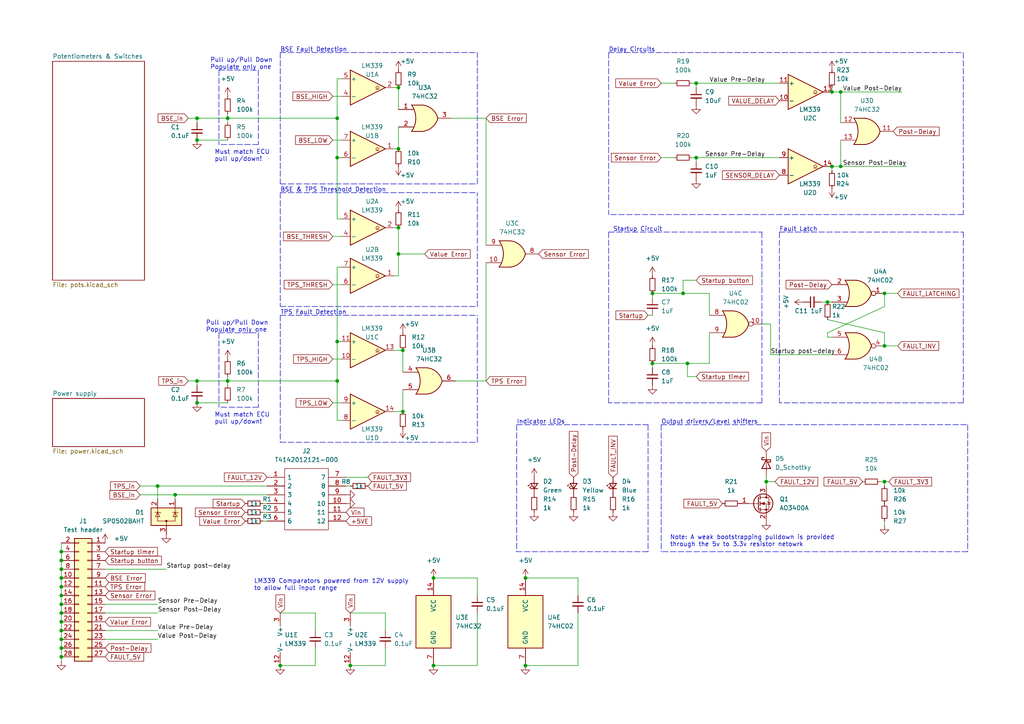
<source format=kicad_sch>
(kicad_sch (version 20211123) (generator eeschema)
  (paper "A4")
  (title_block (title "Brake System Plausibility Device") (date "2022-07-17") (rev "5") (company "Bronco Racing"))
  (junction (at 240.03 87.63))
  (junction (at 45.72 140.97))
  (junction (at 97.79 99.06))
  (junction (at 57.15 40.64))
  (junction (at 125.73 193.04))
  (junction (at 198.12 85.09))
  (junction (at 256.54 85.09))
  (junction (at 17.78 165.1))
  (junction (at 201.93 24.13))
  (junction (at 125.73 167.64))
  (junction (at 17.78 182.88))
  (junction (at 17.78 180.34))
  (junction (at 66.04 110.49))
  (junction (at 256.54 139.7))
  (junction (at 243.84 48.26))
  (junction (at 152.4 193.04))
  (junction (at 243.84 26.67))
  (junction (at 17.78 162.56))
  (junction (at 189.23 85.09))
  (junction (at 57.15 116.84))
  (junction (at 241.3 48.26))
  (junction (at 17.78 170.18))
  (junction (at 115.57 43.18))
  (junction (at 101.6 193.04))
  (junction (at 17.78 160.02))
  (junction (at 199.39 105.41))
  (junction (at 17.78 172.72))
  (junction (at 201.93 45.72))
  (junction (at 50.8 143.51))
  (junction (at 152.4 167.64))
  (junction (at 115.57 25.4))
  (junction (at 17.78 190.5))
  (junction (at 256.54 100.33))
  (junction (at 97.79 110.49))
  (junction (at 17.78 177.8))
  (junction (at 115.57 73.66))
  (junction (at 115.57 66.04))
  (junction (at 57.15 110.49))
  (junction (at 81.28 193.04))
  (junction (at 241.3 26.67))
  (junction (at 222.25 139.7))
  (junction (at 57.15 34.29))
  (junction (at 116.84 119.38))
  (junction (at 17.78 187.96))
  (junction (at 97.79 45.72))
  (junction (at 116.84 101.6))
  (junction (at 17.78 175.26))
  (junction (at 189.23 105.41))
  (junction (at 66.04 34.29))
  (junction (at 97.79 34.29))
  (junction (at 17.78 167.64))
  (junction (at 17.78 185.42))
  (polyline (pts (xy 74.93 96.52) (xy 74.93 118.11)))
  (wire (pts (xy 96.52 104.14) (xy 99.06 104.14)))
  (wire (pts (xy 256.54 151.13) (xy 256.54 152.4)))
  (wire (pts (xy 256.54 85.09) (xy 260.35 85.09)))
  (wire (pts (xy 243.84 48.26) (xy 241.3 48.26)))
  (wire (pts (xy 201.93 45.72) (xy 201.93 46.99)))
  (wire (pts (xy 66.04 110.49) (xy 97.79 110.49)))
  (wire (pts (xy 138.43 193.04) (xy 138.43 177.8)))
  (wire (pts (xy 111.76 177.8) (xy 111.76 182.88)))
  (wire (pts (xy 97.79 77.47) (xy 97.79 99.06)))
  (wire (pts (xy 66.04 33.02) (xy 66.04 34.29)))
  (wire (pts (xy 152.4 193.04) (xy 167.64 193.04)))
  (wire (pts (xy 17.78 190.5) (xy 17.78 191.77)))
  (wire (pts (xy 198.12 85.09) (xy 205.74 85.09)))
  (wire (pts (xy 57.15 40.64) (xy 66.04 40.64)))
  (wire (pts (xy 76.2 148.59) (xy 77.47 148.59)))
  (wire (pts (xy 115.57 73.66) (xy 123.19 73.66)))
  (polyline (pts (xy 63.5 96.52) (xy 74.93 96.52)))
  (wire (pts (xy 100.33 140.97) (xy 101.6 140.97)))
  (wire (pts (xy 243.84 40.64) (xy 243.84 48.26)))
  (wire (pts (xy 57.15 116.84) (xy 66.04 116.84)))
  (polyline (pts (xy 176.53 67.31) (xy 176.53 116.84)))
  (wire (pts (xy 17.78 185.42) (xy 17.78 187.96)))
  (wire (pts (xy 199.39 109.22) (xy 199.39 105.41)))
  (wire (pts (xy 17.78 160.02) (xy 17.78 162.56)))
  (wire (pts (xy 91.44 193.04) (xy 81.28 193.04)))
  (polyline (pts (xy 81.28 88.9) (xy 138.43 88.9)))
  (wire (pts (xy 223.52 102.87) (xy 241.3 102.87)))
  (polyline (pts (xy 220.98 67.31) (xy 220.98 116.84)))
  (wire (pts (xy 222.25 139.7) (xy 222.25 140.97)))
  (wire (pts (xy 115.57 31.75) (xy 115.57 25.4)))
  (wire (pts (xy 205.74 85.09) (xy 205.74 91.44)))
  (wire (pts (xy 101.6 177.8) (xy 111.76 177.8)))
  (wire (pts (xy 167.64 167.64) (xy 152.4 167.64)))
  (wire (pts (xy 223.52 102.87) (xy 223.52 93.98)))
  (wire (pts (xy 240.03 96.52) (xy 240.03 97.79)))
  (wire (pts (xy 222.25 139.7) (xy 224.79 139.7)))
  (wire (pts (xy 97.79 34.29) (xy 97.79 45.72)))
  (polyline (pts (xy 279.4 67.31) (xy 279.4 116.84)))
  (wire (pts (xy 91.44 187.96) (xy 91.44 193.04)))
  (wire (pts (xy 45.72 140.97) (xy 45.72 144.78)))
  (polyline (pts (xy 176.53 15.24) (xy 279.4 15.24)))
  (wire (pts (xy 17.78 172.72) (xy 17.78 175.26)))
  (polyline (pts (xy 138.43 53.34) (xy 138.43 15.24)))
  (wire (pts (xy 97.79 63.5) (xy 99.06 63.5)))
  (wire (pts (xy 101.6 193.04) (xy 111.76 193.04)))
  (wire (pts (xy 99.06 99.06) (xy 97.79 99.06)))
  (wire (pts (xy 17.78 157.48) (xy 17.78 160.02)))
  (wire (pts (xy 189.23 105.41) (xy 199.39 105.41)))
  (wire (pts (xy 66.04 109.22) (xy 66.04 110.49)))
  (wire (pts (xy 243.84 26.67) (xy 243.84 35.56)))
  (wire (pts (xy 66.04 110.49) (xy 66.04 111.76)))
  (wire (pts (xy 115.57 25.4) (xy 114.3 25.4)))
  (wire (pts (xy 262.89 48.26) (xy 243.84 48.26)))
  (wire (pts (xy 57.15 34.29) (xy 66.04 34.29)))
  (wire (pts (xy 57.15 110.49) (xy 66.04 110.49)))
  (wire (pts (xy 256.54 100.33) (xy 260.35 100.33)))
  (polyline (pts (xy 74.93 41.91) (xy 63.5 41.91)))
  (wire (pts (xy 97.79 45.72) (xy 97.79 63.5)))
  (wire (pts (xy 199.39 105.41) (xy 205.74 105.41)))
  (wire (pts (xy 97.79 22.86) (xy 97.79 34.29)))
  (wire (pts (xy 40.64 143.51) (xy 50.8 143.51)))
  (wire (pts (xy 256.54 139.7) (xy 256.54 140.97)))
  (polyline (pts (xy 149.86 123.19) (xy 187.96 123.19)))
  (wire (pts (xy 140.97 110.49) (xy 132.08 110.49)))
  (polyline (pts (xy 81.28 15.24) (xy 138.43 15.24)))
  (wire (pts (xy 201.93 109.22) (xy 199.39 109.22)))
  (wire (pts (xy 140.97 76.2) (xy 140.97 110.49)))
  (wire (pts (xy 240.03 87.63) (xy 241.3 87.63)))
  (wire (pts (xy 57.15 34.29) (xy 57.15 35.56)))
  (wire (pts (xy 66.04 34.29) (xy 66.04 35.56)))
  (wire (pts (xy 81.28 177.8) (xy 91.44 177.8)))
  (wire (pts (xy 167.64 193.04) (xy 167.64 177.8)))
  (wire (pts (xy 96.52 82.55) (xy 99.06 82.55)))
  (polyline (pts (xy 81.28 15.24) (xy 81.28 53.34)))
  (wire (pts (xy 96.52 116.84) (xy 99.06 116.84)))
  (wire (pts (xy 17.78 180.34) (xy 17.78 182.88)))
  (polyline (pts (xy 220.98 116.84) (xy 176.53 116.84)))
  (polyline (pts (xy 187.96 160.02) (xy 149.86 160.02)))
  (wire (pts (xy 30.48 175.26) (xy 45.72 175.26)))
  (wire (pts (xy 114.3 101.6) (xy 116.84 101.6)))
  (polyline (pts (xy 191.77 123.19) (xy 280.67 123.19)))
  (polyline (pts (xy 63.5 20.32) (xy 74.93 20.32)))
  (wire (pts (xy 17.78 165.1) (xy 17.78 167.64)))
  (wire (pts (xy 261.62 26.67) (xy 243.84 26.67)))
  (wire (pts (xy 241.3 25.4) (xy 241.3 26.67)))
  (wire (pts (xy 222.25 138.43) (xy 222.25 139.7)))
  (wire (pts (xy 111.76 187.96) (xy 111.76 193.04)))
  (wire (pts (xy 106.68 138.43) (xy 100.33 138.43)))
  (wire (pts (xy 256.54 139.7) (xy 257.81 139.7)))
  (wire (pts (xy 256.54 96.52) (xy 256.54 100.33)))
  (polyline (pts (xy 226.06 67.31) (xy 226.06 116.84)))
  (wire (pts (xy 130.81 34.29) (xy 140.97 34.29)))
  (wire (pts (xy 97.79 45.72) (xy 99.06 45.72)))
  (wire (pts (xy 91.44 177.8) (xy 91.44 182.88)))
  (wire (pts (xy 96.52 40.64) (xy 99.06 40.64)))
  (wire (pts (xy 17.78 177.8) (xy 17.78 180.34)))
  (wire (pts (xy 76.2 151.13) (xy 77.47 151.13)))
  (polyline (pts (xy 81.28 55.88) (xy 81.28 88.9)))
  (polyline (pts (xy 81.28 91.44) (xy 138.43 91.44)))
  (polyline (pts (xy 81.28 55.88) (xy 138.43 55.88)))
  (wire (pts (xy 17.78 162.56) (xy 17.78 165.1)))
  (wire (pts (xy 97.79 22.86) (xy 99.06 22.86)))
  (polyline (pts (xy 81.28 128.27) (xy 138.43 128.27)))
  (polyline (pts (xy 279.4 116.84) (xy 226.06 116.84)))
  (polyline (pts (xy 279.4 15.24) (xy 279.4 62.23)))
  (wire (pts (xy 116.84 119.38) (xy 114.3 119.38)))
  (wire (pts (xy 201.93 24.13) (xy 226.06 24.13)))
  (wire (pts (xy 198.12 81.28) (xy 198.12 85.09)))
  (wire (pts (xy 201.93 45.72) (xy 226.06 45.72)))
  (polyline (pts (xy 176.53 67.31) (xy 220.98 67.31)))
  (wire (pts (xy 66.04 34.29) (xy 97.79 34.29)))
  (polyline (pts (xy 63.5 96.52) (xy 63.5 118.11)))
  (wire (pts (xy 17.78 175.26) (xy 17.78 177.8)))
  (polyline (pts (xy 81.28 91.44) (xy 81.28 128.27)))
  (wire (pts (xy 125.73 167.64) (xy 138.43 167.64)))
  (wire (pts (xy 54.61 34.29) (xy 57.15 34.29)))
  (wire (pts (xy 125.73 193.04) (xy 138.43 193.04)))
  (wire (pts (xy 114.3 80.01) (xy 115.57 80.01)))
  (wire (pts (xy 191.77 24.13) (xy 195.58 24.13)))
  (polyline (pts (xy 176.53 15.24) (xy 176.53 62.23)))
  (wire (pts (xy 50.8 143.51) (xy 50.8 144.78)))
  (wire (pts (xy 241.3 26.67) (xy 243.84 26.67)))
  (polyline (pts (xy 74.93 118.11) (xy 63.5 118.11)))
  (wire (pts (xy 238.125 87.63) (xy 240.03 87.63)))
  (wire (pts (xy 40.64 140.97) (xy 45.72 140.97)))
  (wire (pts (xy 30.48 165.1) (xy 48.26 165.1)))
  (wire (pts (xy 138.43 167.64) (xy 138.43 172.72)))
  (wire (pts (xy 115.57 36.83) (xy 115.57 43.18)))
  (wire (pts (xy 57.15 110.49) (xy 57.15 111.76)))
  (wire (pts (xy 30.48 177.8) (xy 45.72 177.8)))
  (wire (pts (xy 189.23 85.09) (xy 189.23 86.36)))
  (wire (pts (xy 189.23 85.09) (xy 198.12 85.09)))
  (wire (pts (xy 50.8 143.51) (xy 77.47 143.51)))
  (wire (pts (xy 116.84 113.03) (xy 116.84 119.38)))
  (wire (pts (xy 189.23 105.41) (xy 189.23 106.68)))
  (polyline (pts (xy 138.43 128.27) (xy 138.43 91.44)))
  (wire (pts (xy 167.64 172.72) (xy 167.64 167.64)))
  (wire (pts (xy 17.78 167.64) (xy 17.78 170.18)))
  (wire (pts (xy 220.98 93.98) (xy 223.52 93.98)))
  (wire (pts (xy 200.66 45.72) (xy 201.93 45.72)))
  (polyline (pts (xy 226.06 67.31) (xy 279.4 67.31)))
  (wire (pts (xy 17.78 170.18) (xy 17.78 172.72)))
  (wire (pts (xy 17.78 187.96) (xy 17.78 190.5)))
  (wire (pts (xy 205.74 105.41) (xy 205.74 96.52)))
  (polyline (pts (xy 138.43 88.9) (xy 138.43 55.88)))
  (polyline (pts (xy 81.28 53.34) (xy 138.43 53.34)))
  (wire (pts (xy 240.03 97.79) (xy 241.3 97.79)))
  (wire (pts (xy 97.79 121.92) (xy 99.06 121.92)))
  (wire (pts (xy 187.96 91.44) (xy 189.23 91.44)))
  (wire (pts (xy 30.48 182.88) (xy 45.72 182.88)))
  (wire (pts (xy 255.27 139.7) (xy 256.54 139.7)))
  (wire (pts (xy 96.52 68.58) (xy 99.06 68.58)))
  (wire (pts (xy 97.79 77.47) (xy 99.06 77.47)))
  (polyline (pts (xy 149.86 123.19) (xy 149.86 160.02)))
  (polyline (pts (xy 280.67 160.02) (xy 191.77 160.02)))
  (wire (pts (xy 191.77 45.72) (xy 195.58 45.72)))
  (polyline (pts (xy 280.67 123.19) (xy 280.67 160.02)))
  (wire (pts (xy 241.3 49.53) (xy 241.3 48.26)))
  (wire (pts (xy 115.57 73.66) (xy 115.57 80.01)))
  (wire (pts (xy 201.93 24.13) (xy 201.93 25.4)))
  (wire (pts (xy 115.57 66.04) (xy 115.57 73.66)))
  (polyline (pts (xy 63.5 20.32) (xy 63.5 41.91)))
  (wire (pts (xy 240.03 96.52) (xy 256.54 88.9)))
  (wire (pts (xy 30.48 185.42) (xy 45.72 185.42)))
  (polyline (pts (xy 187.96 123.19) (xy 187.96 160.02)))
  (wire (pts (xy 200.66 24.13) (xy 201.93 24.13)))
  (wire (pts (xy 17.78 182.88) (xy 17.78 185.42)))
  (wire (pts (xy 140.97 34.29) (xy 140.97 71.12)))
  (wire (pts (xy 116.84 101.6) (xy 116.84 107.95)))
  (wire (pts (xy 97.79 110.49) (xy 97.79 121.92)))
  (polyline (pts (xy 74.93 20.32) (xy 74.93 41.91)))
  (wire (pts (xy 45.72 140.97) (xy 77.47 140.97)))
  (wire (pts (xy 96.52 27.94) (xy 99.06 27.94)))
  (polyline (pts (xy 191.77 123.19) (xy 191.77 160.02)))
  (wire (pts (xy 54.61 110.49) (xy 57.15 110.49)))
  (wire (pts (xy 76.2 146.05) (xy 77.47 146.05)))
  (wire (pts (xy 115.57 43.18) (xy 114.3 43.18)))
  (wire (pts (xy 97.79 99.06) (xy 97.79 110.49)))
  (wire (pts (xy 198.12 81.28) (xy 201.93 81.28)))
  (wire (pts (xy 115.57 66.04) (xy 114.3 66.04)))
  (wire (pts (xy 240.03 92.71) (xy 256.54 96.52)))
  (polyline (pts (xy 279.4 62.23) (xy 176.53 62.23)))
  (wire (pts (xy 256.54 85.09) (xy 256.54 88.9)))
  (text "Pull up/Pull Down\nPopulate only one" (at 60.96 20.32 0) (effects (font (size 1.27 1.27)) (justify left bottom)))
  (text "Pull up/Pull Down\nPopulate only one" (at 59.69 96.52 0) (effects (font (size 1.27 1.27)) (justify left bottom)))
  (text "Delay Circuits" (at 176.53 15.24 0) (effects (font (size 1.27 1.27)) (justify left bottom)))
  (text "Fault Latch" (at 226.06 67.31 0) (effects (font (size 1.27 1.27)) (justify left bottom)))
  (text "TPS Fault Detection" (at 81.28 91.44 0) (effects (font (size 1.27 1.27)) (justify left bottom)))
  (text "LM339 Comparators powered from 12V supply\nto allow full input range" (at 73.66 171.45 0) (effects (font (size 1.27 1.27)) (justify left bottom)))
  (text "Startup Circuit\n" (at 177.8 67.31 0) (effects (font (size 1.27 1.27)) (justify left bottom)))
  (text "Must match ECU\npull up/down!" (at 62.23 123.19 0) (effects (font (size 1.27 1.27)) (justify left bottom)))
  (text "Must match ECU\npull up/down!" (at 62.23 46.99 0) (effects (font (size 1.27 1.27)) (justify left bottom)))
  (text "Indicator LEDs\n" (at 149.86 123.19 0) (effects (font (size 1.27 1.27)) (justify left bottom)))
  (text "Output drivers/Level shifters" (at 191.77 123.19 0) (effects (font (size 1.27 1.27)) (justify left bottom)))
  (text "BSE Fault Detection" (at 81.28 15.24 0) (effects (font (size 1.27 1.27)) (justify left bottom)))
  (text "BSE & TPS Threshold Detection" (at 81.28 55.88 0) (effects (font (size 1.27 1.27)) (justify left bottom)))
  (text "Note: A weak bootstrapping pulldown is provided\nthrough the 5v to 3.3v resistor netowrk" (at 194.31 158.75 0) (effects (font (size 1.27 1.27)) (justify left bottom)))
  (label "Value Post-Delay" (at 261.62 26.67 180))
  (label "Value Post-Delay" (at 45.72 185.42 0))
  (label "Sensor Post-Delay" (at 45.72 177.8 0))
  (label "Value Pre-Delay" (at 205.74 24.13 0))
  (label "Startup post-delay" (at 223.52 102.87 0))
  (label "Value Pre-Delay" (at 45.72 182.88 0))
  (label "Sensor Pre-Delay" (at 45.72 175.26 0))
  (label "Sensor Post-Delay" (at 262.89 48.26 180))
  (label "Sensor Pre-Delay" (at 204.47 45.72 0))
  (label "Startup post-delay" (at 48.26 165.1 0))
  (global_label "TPS_in" (shape input) (at 54.61 110.49 180) (property "Intersheet References" "${INTERSHEET_REFS}" (effects hide)))
  (global_label "Value Error" (shape input) (at 30.48 180.34 0) (property "Intersheet References" "${INTERSHEET_REFS}" (effects hide)))
  (global_label "FAULT_INV" (shape input) (at 177.8 138.43 90) (property "Intersheet References" "${INTERSHEET_REFS}" (effects hide)))
  (global_label "Startup button" (shape input) (at 201.93 81.28 0) (property "Intersheet References" "${INTERSHEET_REFS}" (effects hide)))
  (global_label "FAULT_3V3" (shape input) (at 106.68 138.43 0) (property "Intersheet References" "${INTERSHEET_REFS}" (effects hide)))
  (global_label "SENSOR_DELAY" (shape input) (at 226.06 50.8 180) (property "Intersheet References" "${INTERSHEET_REFS}" (effects hide)))
  (global_label "Post-Delay" (shape input) (at 166.37 138.43 90) (property "Intersheet References" "${INTERSHEET_REFS}" (effects hide)))
  (global_label "FAULT_5V" (shape input) (at 30.48 190.5 0) (property "Intersheet References" "${INTERSHEET_REFS}" (effects hide)))
  (global_label "Value Error" (shape input) (at 71.12 151.13 180) (property "Intersheet References" "${INTERSHEET_REFS}" (effects hide)))
  (global_label "BSE Error" (shape input) (at 140.97 34.29 0) (property "Intersheet References" "${INTERSHEET_REFS}" (effects hide)))
  (global_label "Startup" (shape input) (at 71.12 146.05 180) (property "Intersheet References" "${INTERSHEET_REFS}" (effects hide)))
  (global_label "Sensor Error" (shape input) (at 191.77 45.72 180) (property "Intersheet References" "${INTERSHEET_REFS}" (effects hide)))
  (global_label "Startup timer" (shape input) (at 30.48 160.02 0) (property "Intersheet References" "${INTERSHEET_REFS}" (effects hide)))
  (global_label "Vin" (shape input) (at 100.33 148.59 0) (property "Intersheet References" "${INTERSHEET_REFS}" (effects hide)))
  (global_label "TPS_LOW" (shape input) (at 96.52 116.84 180) (property "Intersheet References" "${INTERSHEET_REFS}" (effects hide)))
  (global_label "TPS_THRESH" (shape input) (at 96.52 82.55 180) (property "Intersheet References" "${INTERSHEET_REFS}" (effects hide)))
  (global_label "TPS_HIGH" (shape input) (at 96.52 104.14 180) (property "Intersheet References" "${INTERSHEET_REFS}" (effects hide)))
  (global_label "BSE_LOW" (shape input) (at 96.52 40.64 180) (property "Intersheet References" "${INTERSHEET_REFS}" (effects hide)))
  (global_label "FAULT_12V" (shape input) (at 224.79 139.7 0) (property "Intersheet References" "${INTERSHEET_REFS}" (effects hide)))
  (global_label "BSE_THRESH" (shape input) (at 96.52 68.58 180) (property "Intersheet References" "${INTERSHEET_REFS}" (effects hide)))
  (global_label "Sensor Error" (shape input) (at 30.48 172.72 0) (property "Intersheet References" "${INTERSHEET_REFS}" (effects hide)))
  (global_label "Vin" (shape input) (at 81.28 177.8 90) (property "Intersheet References" "${INTERSHEET_REFS}" (effects hide)))
  (global_label "VALUE_DELAY" (shape input) (at 226.06 29.21 180) (property "Intersheet References" "${INTERSHEET_REFS}" (effects hide)))
  (global_label "Sensor Error" (shape input) (at 71.12 148.59 180) (property "Intersheet References" "${INTERSHEET_REFS}" (effects hide)))
  (global_label "BSE_in" (shape input) (at 54.61 34.29 180) (property "Intersheet References" "${INTERSHEET_REFS}" (effects hide)))
  (global_label "FAULT_INV" (shape input) (at 260.35 100.33 0) (property "Intersheet References" "${INTERSHEET_REFS}" (effects hide)))
  (global_label "BSE_in" (shape input) (at 40.64 143.51 180) (property "Intersheet References" "${INTERSHEET_REFS}" (effects hide)))
  (global_label "Value Error" (shape input) (at 123.19 73.66 0) (property "Intersheet References" "${INTERSHEET_REFS}" (effects hide)))
  (global_label "Value Error" (shape input) (at 191.77 24.13 180) (property "Intersheet References" "${INTERSHEET_REFS}" (effects hide)))
  (global_label "FAULT_5V" (shape input) (at 209.55 146.05 180) (property "Intersheet References" "${INTERSHEET_REFS}" (effects hide)))
  (global_label "Startup timer" (shape input) (at 201.93 109.22 0) (property "Intersheet References" "${INTERSHEET_REFS}" (effects hide)))
  (global_label "Vin" (shape input) (at 222.25 130.81 90) (property "Intersheet References" "${INTERSHEET_REFS}" (effects hide)))
  (global_label "+5VE" (shape input) (at 100.33 151.13 0) (property "Intersheet References" "${INTERSHEET_REFS}" (effects hide)))
  (global_label "Post-Delay" (shape input) (at 30.48 187.96 0) (property "Intersheet References" "${INTERSHEET_REFS}" (effects hide)))
  (global_label "Post-Delay" (shape input) (at 241.3 82.55 180) (property "Intersheet References" "${INTERSHEET_REFS}" (effects hide)))
  (global_label "FAULT_12V" (shape input) (at 77.47 138.43 180) (property "Intersheet References" "${INTERSHEET_REFS}" (effects hide)))
  (global_label "Startup" (shape input) (at 187.96 91.44 180) (property "Intersheet References" "${INTERSHEET_REFS}" (effects hide)))
  (global_label "TPS_in" (shape input) (at 40.64 140.97 180) (property "Intersheet References" "${INTERSHEET_REFS}" (effects hide)))
  (global_label "BSE Error" (shape input) (at 30.48 167.64 0) (property "Intersheet References" "${INTERSHEET_REFS}" (effects hide)))
  (global_label "Sensor Error" (shape input) (at 156.21 73.66 0) (property "Intersheet References" "${INTERSHEET_REFS}" (effects hide)))
  (global_label "FAULT_LATCHING" (shape input) (at 260.35 85.09 0) (property "Intersheet References" "${INTERSHEET_REFS}" (effects hide)))
  (global_label "Startup button" (shape input) (at 30.48 162.56 0) (property "Intersheet References" "${INTERSHEET_REFS}" (effects hide)))
  (global_label "FAULT_5V" (shape input) (at 250.19 139.7 180) (property "Intersheet References" "${INTERSHEET_REFS}" (effects hide)))
  (global_label "FAULT_3V3" (shape input) (at 257.81 139.7 0) (property "Intersheet References" "${INTERSHEET_REFS}" (effects hide)))
  (global_label "FAULT_5V" (shape input) (at 106.68 140.97 0) (property "Intersheet References" "${INTERSHEET_REFS}" (effects hide)))
  (global_label "BSE_HIGH" (shape input) (at 96.52 27.94 180) (property "Intersheet References" "${INTERSHEET_REFS}" (effects hide)))
  (global_label "TPS Error" (shape input) (at 140.97 110.49 0) (property "Intersheet References" "${INTERSHEET_REFS}" (effects hide)))
  (global_label "TPS Error" (shape input) (at 30.48 170.18 0) (property "Intersheet References" "${INTERSHEET_REFS}" (effects hide)))
  (global_label "Post-Delay" (shape input) (at 259.08 38.1 0) (property "Intersheet References" "${INTERSHEET_REFS}" (effects hide)))
  (global_label "Vin" (shape input) (at 101.6 177.8 90) (property "Intersheet References" "${INTERSHEET_REFS}" (effects hide)))
  (symbol (lib_id "power:GND") (at 201.93 52.07 0) (unit 1)
    (property "Reference" "#PWR031" (effects hide))
    (property "Value" "GND" (effects hide))
  )
  (symbol (lib_id "power:+5V") (at 115.57 20.32 0) (unit 1)
    (property "Reference" "#PWR014" (effects hide))
    (property "Value" "+5V" (at 118.11 17.78 0))
  )
  (symbol (lib_id "Device:R_Small") (at 73.66 148.59 270) (unit 1)
    (property "Reference" "R2" (at 77.47 147.32 90))
    (property "Value" "1k" (at 73.66 148.59 90))
    (property "Footprint" "Resistor_SMD:R_0402_1005Metric" (effects hide))
    (property "LCSC" "C11702" (effects hide))
  )
  (symbol (lib_id "power:GND") (at 154.94 148.59 0) (unit 1)
    (property "Reference" "#PWR024" (effects hide))
    (property "Value" "GND" (effects hide))
  )
  (symbol (lib_id "power:GND") (at 57.15 116.84 0) (unit 1)
    (property "Reference" "#PWR04" (effects hide))
    (property "Value" "GND" (effects hide))
  )
  (symbol (lib_id "power:GND") (at 48.26 154.94 0) (mirror y) (unit 1)
    (property "Reference" "#PWR011" (effects hide))
    (property "Value" "GND" (effects hide))
  )
  (symbol (lib_id "Device:R_Small") (at 116.84 121.92 0) (mirror y) (unit 1)
    (property "Reference" "R13" (at 119.38 123.1901 0) (effects (justify right)))
    (property "Value" "10k" (at 119.38 120.6501 0) (effects (justify right)))
    (property "Footprint" "Resistor_SMD:R_0402_1005Metric" (effects hide))
    (property "Spice_Primitive" "R" (effects hide))
    (property "Spice_Model" "10k" (effects hide))
    (property "Spice_Netlist_Enabled" "Y" (effects hide))
    (property "LCSC" "C25744" (effects hide))
  )
  (symbol (lib_id "Device:C_Small") (at 91.44 185.42 0) (unit 1)
    (property "Reference" "C3" (at 93.98 184.1562 0) (effects (justify left)))
    (property "Value" "0.1uF" (at 93.98 186.6962 0) (effects (justify left)))
    (property "Footprint" "Capacitor_SMD:C_0402_1005Metric" (effects hide))
    (property "Spice_Primitive" "C" (effects hide))
    (property "Spice_Model" "0.1u" (effects hide))
    (property "Spice_Netlist_Enabled" "Y" (effects hide))
    (property "LCSC" "C307331" (effects hide))
  )
  (symbol (lib_id "power:+5V") (at 241.3 54.61 180) (unit 1)
    (property "Reference" "#PWR036" (effects hide))
    (property "Value" "+5V" (at 243.84 57.15 0))
  )
  (symbol (lib_id "power:+5V") (at 125.73 167.64 0) (unit 1)
    (property "Reference" "#PWR019" (effects hide))
    (property "Value" "+5V" (at 125.73 162.56 0))
  )
  (symbol (lib_id "Device:C_Small") (at 189.23 88.9 0) (unit 1)
    (property "Reference" "C7" (at 191.77 87.6362 0) (effects (justify left)))
    (property "Value" "1uF" (at 191.77 90.1762 0) (effects (justify left)))
    (property "Footprint" "Capacitor_SMD:C_0402_1005Metric" (effects hide))
    (property "Spice_Primitive" "C" (effects hide))
    (property "Spice_Model" "1u" (effects hide))
    (property "Spice_Netlist_Enabled" "Y" (effects hide))
    (property "LCSC" "C52923" (effects hide))
  )
  (symbol (lib_id "74xx:74LS32") (at 123.19 34.29 0) (unit 1)
    (property "Reference" "U3" (at 123.19 25.4 0))
    (property "Value" "74HC32" (at 123.19 27.94 0))
    (property "Footprint" "Package_SO:SOIC-14_3.9x8.7mm_P1.27mm" (effects hide))
    (property "Datasheet" "http://www.ti.com/lit/gpn/sn74LS32" (effects hide))
    (property "Spice_Primitive" "X" (effects hide))
    (property "Spice_Model" "74HC32_pkg" (effects hide))
    (property "Spice_Netlist_Enabled" "Y" (effects hide))
    (property "Spice_Lib_File" "SPICE models/74hc32.lib" (effects hide))
    (property "LCSC" "C6838" (effects hide))
  )
  (symbol (lib_id "Device:R_Small") (at 256.54 148.59 0) (mirror y) (unit 1)
    (property "Reference" "R27" (at 259.08 151.13 0) (effects (justify right)))
    (property "Value" "10k" (at 259.08 148.59 0) (effects (justify right)))
    (property "Footprint" "Resistor_SMD:R_0402_1005Metric" (effects hide))
    (property "Spice_Primitive" "R" (effects hide))
    (property "Spice_Model" "10k" (effects hide))
    (property "Spice_Netlist_Enabled" "Y" (effects hide))
    (property "LCSC" "C25744" (effects hide))
  )
  (symbol (lib_id "power:+5V") (at 66.04 104.14 0) (unit 1)
    (property "Reference" "#PWR07" (effects hide))
    (property "Value" "+5V" (at 66.04 99.06 0))
  )
  (symbol (lib_id "power:GND") (at 17.78 191.77 0) (mirror y) (unit 1)
    (property "Reference" "#PWR01" (effects hide))
    (property "Value" "GND" (effects hide))
  )
  (symbol (lib_id "T4142012121-000:T4142012121-000") (at 77.47 138.43 0) (unit 1)
    (property "Reference" "J2" (at 88.9 130.81 0))
    (property "Value" "T4142012121-000" (at 88.9 133.35 0))
    (property "Footprint" "M12_TE_T4142012121-000:T4140012121000" (effects hide))
    (property "Datasheet" "https://www.te.com/commerce/DocumentDelivery/DDEController?Action=showdoc&DocId=Customer+Drawing%7FT4140012081000%7FA1%7Fpdf%7FEnglish%7FENG_CD_T4140012081000_A1.pdf%7FT4140012121-000" (effects hide))
    (property "Description" "Circular Metric Connectors M12 A-code Sold PCB 12P Front MNT Male" (effects hide))
    (property "Height" "20" (effects hide))
    (property "Mouser Part Number" "571-T4142012121-000" (effects hide))
    (property "Mouser Price/Stock" "https://www.mouser.co.uk/ProductDetail/TE-Connectivity/T4142012121-000?qs=l7cgNqFNU1iNlOPj0O8qxg%3D%3D" (effects hide))
    (property "Manufacturer_Name" "TE Connectivity" (effects hide))
    (property "Manufacturer_Part_Number" "T4142012121-000" (effects hide))
  )
  (symbol (lib_id "power:GND") (at 152.4 193.04 0) (unit 1)
    (property "Reference" "#PWR022" (effects hide))
    (property "Value" "GND" (effects hide))
  )
  (symbol (lib_id "power:+5V") (at 116.84 96.52 0) (unit 1)
    (property "Reference" "#PWR017" (effects hide))
    (property "Value" "+5V" (at 119.38 93.98 0))
  )
  (symbol (lib_id "Device:LED_Small") (at 154.94 140.97 90) (unit 1)
    (property "Reference" "D2" (at 157.48 139.6364 90) (effects (justify right)))
    (property "Value" "Green" (at 157.48 142.1764 90) (effects (justify right)))
    (property "Footprint" "LED_SMD:LED_0603_1608Metric" (effects hide))
    (property "LCSC" "C72043" (effects hide))
  )
  (symbol (lib_id "power:GND") (at 100.33 143.51 90) (unit 1)
    (property "Reference" "#PWR010" (effects hide))
    (property "Value" "GND" (effects hide))
  )
  (symbol (lib_id "Connector_Generic:Conn_02x14_Odd_Even") (at 25.4 172.72 0) (mirror y) (unit 1)
    (property "Reference" "J1" (at 24.13 151.13 0))
    (property "Value" "Test header" (at 24.13 153.67 0))
    (property "Footprint" "Connector_PinHeader_2.54mm:PinHeader_2x14_P2.54mm_Vertical" (effects hide))
  )
  (symbol (lib_id "Device:R_Small") (at 241.3 52.07 0) (unit 1)
    (property "Reference" "R24" (at 246.38 53.34 0) (effects (justify right)))
    (property "Value" "10k" (at 246.38 50.8 0) (effects (justify right)))
    (property "Footprint" "Resistor_SMD:R_0402_1005Metric" (effects hide))
    (property "Spice_Primitive" "R" (effects hide))
    (property "Spice_Model" "10k" (effects hide))
    (property "Spice_Netlist_Enabled" "Y" (effects hide))
    (property "LCSC" "C25744" (effects hide))
  )
  (symbol (lib_id "power:+5V") (at 115.57 60.96 0) (unit 1)
    (property "Reference" "#PWR016" (effects hide))
    (property "Value" "+5V" (at 118.11 58.42 0))
  )
  (symbol (lib_id "Device:R_Small") (at 154.94 146.05 180) (unit 1)
    (property "Reference" "R14" (at 157.48 144.7799 0) (effects (justify right)))
    (property "Value" "1k" (at 157.48 147.3199 0) (effects (justify right)))
    (property "Footprint" "Resistor_SMD:R_0402_1005Metric" (effects hide))
    (property "LCSC" "C11702" (effects hide))
  )
  (symbol (lib_id "power:+5V") (at 154.94 138.43 0) (unit 1)
    (property "Reference" "#PWR023" (effects hide))
    (property "Value" "+5V" (at 154.94 133.35 0))
  )
  (symbol (lib_id "Device:C_Small") (at 235.585 87.63 90) (unit 1)
    (property "Reference" "C11" (at 232.41 90.17 90))
    (property "Value" "1uF" (at 236.855 90.17 90))
    (property "Footprint" "Capacitor_SMD:C_0402_1005Metric" (effects hide))
    (property "Spice_Primitive" "C" (effects hide))
    (property "Spice_Model" "1u" (effects hide))
    (property "Spice_Netlist_Enabled" "Y" (effects hide))
    (property "LCSC" "C52923" (effects hide))
  )
  (symbol (lib_id "Comparator:LM339") (at 106.68 101.6 0) (unit 3)
    (property "Reference" "U1" (at 107.95 97.79 0))
    (property "Value" "LM339" (at 107.95 95.25 0))
    (property "Footprint" "Package_SO:SOIC-14_3.9x8.7mm_P1.27mm" (effects hide))
    (property "Datasheet" "https://www.st.com/resource/en/datasheet/lm139.pdf" (effects hide))
    (property "Spice_Primitive" "X" (effects hide))
    (property "Spice_Model" "LM339" (effects hide))
    (property "Spice_Netlist_Enabled" "Y" (effects hide))
    (property "Spice_Lib_File" "SPICE models/lmx39_spice.lib" (effects hide))
    (property "LCSC" "C63821" (effects hide))
  )
  (symbol (lib_id "Device:C_Small") (at 138.43 175.26 0) (unit 1)
    (property "Reference" "C5" (at 140.97 173.9962 0) (effects (justify left)))
    (property "Value" "0.1uF" (at 140.97 176.5362 0) (effects (justify left)))
    (property "Footprint" "Capacitor_SMD:C_0402_1005Metric" (effects hide))
    (property "Spice_Primitive" "C" (effects hide))
    (property "Spice_Model" "0.1u" (effects hide))
    (property "Spice_Netlist_Enabled" "Y" (effects hide))
    (property "LCSC" "C307331" (effects hide))
  )
  (symbol (lib_id "power:GND") (at 81.28 193.04 0) (unit 1)
    (property "Reference" "#PWR09" (effects hide))
    (property "Value" "GND" (effects hide))
  )
  (symbol (lib_id "power:+5V") (at 66.04 27.94 0) (unit 1)
    (property "Reference" "#PWR06" (effects hide))
    (property "Value" "+5V" (at 66.04 22.86 0))
  )
  (symbol (lib_id "Comparator:LM339") (at 83.82 185.42 0) (unit 5)
    (property "Reference" "U1" (at 82.55 184.1499 0) (effects (justify left)))
    (property "Value" "LM339" (at 82.55 186.6899 0) (effects (justify left)))
    (property "Footprint" "Package_SO:SOIC-14_3.9x8.7mm_P1.27mm" (effects hide))
    (property "Datasheet" "https://www.st.com/resource/en/datasheet/lm139.pdf" (effects hide))
    (property "Spice_Primitive" "X" (effects hide))
    (property "Spice_Model" "LM339" (effects hide))
    (property "Spice_Netlist_Enabled" "Y" (effects hide))
    (property "Spice_Lib_File" "SPICE models/lmx39_spice.lib" (effects hide))
    (property "LCSC" "C63821" (effects hide))
  )
  (symbol (lib_id "Device:R_Small") (at 116.84 99.06 180) (unit 1)
    (property "Reference" "R12" (at 119.38 97.7899 0) (effects (justify right)))
    (property "Value" "10k" (at 119.38 100.3299 0) (effects (justify right)))
    (property "Footprint" "Resistor_SMD:R_0402_1005Metric" (effects hide))
    (property "Spice_Primitive" "R" (effects hide))
    (property "Spice_Model" "10k" (effects hide))
    (property "Spice_Netlist_Enabled" "Y" (effects hide))
    (property "LCSC" "C25744" (effects hide))
  )
  (symbol (lib_id "power:+5V") (at 152.4 167.64 0) (unit 1)
    (property "Reference" "#PWR021" (effects hide))
    (property "Value" "+5V" (at 152.4 162.56 0))
  )
  (symbol (lib_id "power:GND") (at 57.15 40.64 0) (unit 1)
    (property "Reference" "#PWR03" (effects hide))
    (property "Value" "GND" (effects hide))
  )
  (symbol (lib_id "power:+5V") (at 115.57 48.26 0) (mirror x) (unit 1)
    (property "Reference" "#PWR015" (effects hide))
    (property "Value" "+5V" (at 118.11 50.8 0))
  )
  (symbol (lib_id "Device:LED_Small") (at 177.8 140.97 90) (unit 1)
    (property "Reference" "D4" (at 180.34 139.6364 90) (effects (justify right)))
    (property "Value" "Blue" (at 180.34 142.1764 90) (effects (justify right)))
    (property "Footprint" "LED_SMD:LED_0603_1608Metric" (effects hide))
    (property "LCSC" "C72041" (effects hide))
  )
  (symbol (lib_id "power:+5V") (at 30.48 157.48 0) (mirror y) (unit 1)
    (property "Reference" "#PWR02" (effects hide))
    (property "Value" "+5V" (at 33.02 156.2099 0) (effects (justify right)))
  )
  (symbol (lib_id "Device:R_Small") (at 212.09 146.05 90) (unit 1)
    (property "Reference" "R21" (at 212.09 139.7 90))
    (property "Value" "1k" (at 212.09 142.24 90))
    (property "Footprint" "Resistor_SMD:R_0402_1005Metric" (effects hide))
    (property "LCSC" "C11702" (effects hide))
  )
  (symbol (lib_id "power:GND") (at 125.73 193.04 0) (unit 1)
    (property "Reference" "#PWR020" (effects hide))
    (property "Value" "GND" (effects hide))
  )
  (symbol (lib_id "Device:R_Small") (at 66.04 30.48 0) (unit 1)
    (property "Reference" "R4" (at 68.58 29.2099 0) (effects (justify left)))
    (property "Value" "100k" (at 68.58 31.7499 0) (effects (justify left)))
    (property "Footprint" "Resistor_SMD:R_0402_1005Metric" (effects hide))
    (property "Spice_Primitive" "R" (effects hide))
    (property "Spice_Model" "100k" (effects hide))
    (property "Spice_Netlist_Enabled" "Y" (effects hide))
    (property "LCSC" "C25741" (effects hide))
  )
  (symbol (lib_id "power:GND") (at 222.25 151.13 0) (unit 1)
    (property "Reference" "#PWR033" (effects hide))
    (property "Value" "GND" (effects hide))
  )
  (symbol (lib_id "74xx:74LS32") (at 125.73 180.34 0) (unit 5)
    (property "Reference" "U3" (at 132.08 179.0699 0) (effects (justify left)))
    (property "Value" "74HC32" (at 132.08 181.6099 0) (effects (justify left)))
    (property "Footprint" "Package_SO:SOIC-14_3.9x8.7mm_P1.27mm" (effects hide))
    (property "Datasheet" "http://www.ti.com/lit/gpn/sn74LS32" (effects hide))
    (property "Spice_Primitive" "X" (effects hide))
    (property "Spice_Model" "74HC32_pkg" (effects hide))
    (property "Spice_Netlist_Enabled" "Y" (effects hide))
    (property "Spice_Lib_File" "SPICE models/74hc32.lib" (effects hide))
    (property "LCSC" "C6838" (effects hide))
  )
  (symbol (lib_id "Comparator:LM339") (at 106.68 66.04 0) (unit 1)
    (property "Reference" "U2" (at 107.95 58.42 0))
    (property "Value" "LM339" (at 107.95 60.96 0))
    (property "Footprint" "Package_SO:SOIC-14_3.9x8.7mm_P1.27mm" (effects hide))
    (property "Datasheet" "https://www.st.com/resource/en/datasheet/lm139.pdf" (effects hide))
    (property "Spice_Primitive" "X" (effects hide))
    (property "Spice_Model" "LM339" (effects hide))
    (property "Spice_Netlist_Enabled" "Y" (effects hide))
    (property "Spice_Lib_File" "SPICE models/lmx39_spice.lib" (effects hide))
    (property "LCSC" "C63821" (effects hide))
  )
  (symbol (lib_id "power:GND") (at 189.23 111.76 0) (unit 1)
    (property "Reference" "#PWR029" (effects hide))
    (property "Value" "GND" (effects hide))
  )
  (symbol (lib_id "Device:LED_Small") (at 166.37 140.97 90) (unit 1)
    (property "Reference" "D3" (at 168.91 139.6364 90) (effects (justify right)))
    (property "Value" "Yellow" (at 168.91 142.1764 90) (effects (justify right)))
    (property "Footprint" "LED_SMD:LED_0603_1608Metric" (effects hide))
    (property "LCSC" "C72038" (effects hide))
  )
  (symbol (lib_id "power:GND") (at 101.6 193.04 0) (unit 1)
    (property "Reference" "#PWR013" (effects hide))
    (property "Value" "GND" (effects hide))
  )
  (symbol (lib_id "Device:R_Small") (at 115.57 45.72 0) (mirror y) (unit 1)
    (property "Reference" "R10" (at 118.11 46.9901 0) (effects (justify right)))
    (property "Value" "10k" (at 118.11 44.4501 0) (effects (justify right)))
    (property "Footprint" "Resistor_SMD:R_0402_1005Metric" (effects hide))
    (property "Spice_Primitive" "R" (effects hide))
    (property "Spice_Model" "10k" (effects hide))
    (property "Spice_Netlist_Enabled" "Y" (effects hide))
    (property "LCSC" "C25744" (effects hide))
  )
  (symbol (lib_id "74xx:74LS32") (at 148.59 73.66 0) (unit 3)
    (property "Reference" "U3" (at 148.59 64.77 0))
    (property "Value" "74HC32" (at 148.59 67.31 0))
    (property "Footprint" "Package_SO:SOIC-14_3.9x8.7mm_P1.27mm" (effects hide))
    (property "Datasheet" "http://www.ti.com/lit/gpn/sn74LS32" (effects hide))
    (property "Spice_Primitive" "X" (effects hide))
    (property "Spice_Model" "74HC32_pkg" (effects hide))
    (property "Spice_Netlist_Enabled" "Y" (effects hide))
    (property "Spice_Lib_File" "SPICE models/74hc32.lib" (effects hide))
    (property "LCSC" "C6838" (effects hide))
  )
  (symbol (lib_id "Device:R_Small") (at 198.12 45.72 90) (unit 1)
    (property "Reference" "R20" (at 198.12 39.37 90))
    (property "Value" "100k" (at 198.12 41.91 90))
    (property "Footprint" "Resistor_SMD:R_0402_1005Metric" (effects hide))
    (property "Spice_Primitive" "R" (effects hide))
    (property "Spice_Model" "100k" (effects hide))
    (property "Spice_Netlist_Enabled" "Y" (effects hide))
    (property "LCSC" "C25741" (effects hide))
  )
  (symbol (lib_id "Comparator:LM339") (at 104.14 185.42 0) (unit 5)
    (property "Reference" "U2" (at 102.87 184.1499 0) (effects (justify left)))
    (property "Value" "LM339" (at 102.87 186.6899 0) (effects (justify left)))
    (property "Footprint" "Package_SO:SOIC-14_3.9x8.7mm_P1.27mm" (effects hide))
    (property "Datasheet" "https://www.st.com/resource/en/datasheet/lm139.pdf" (effects hide))
    (property "Spice_Primitive" "X" (effects hide))
    (property "Spice_Model" "LM339" (effects hide))
    (property "Spice_Netlist_Enabled" "Y" (effects hide))
    (property "Spice_Lib_File" "SPICE models/lmx39_spice.lib" (effects hide))
    (property "LCSC" "C63821" (effects hide))
  )
  (symbol (lib_id "Device:R_Small") (at 240.03 90.17 180) (unit 1)
    (property "Reference" "R22" (at 241.3 88.9 0) (effects (justify right)))
    (property "Value" "1k" (at 241.3 91.44 0) (effects (justify right)))
    (property "Footprint" "Resistor_SMD:R_0402_1005Metric" (effects hide))
    (property "LCSC" "C11702" (effects hide))
  )
  (symbol (lib_id "power:GND") (at 166.37 148.59 0) (unit 1)
    (property "Reference" "#PWR025" (effects hide))
    (property "Value" "GND" (effects hide))
  )
  (symbol (lib_id "Device:R_Small") (at 73.66 151.13 270) (unit 1)
    (property "Reference" "R3" (at 77.47 149.86 90))
    (property "Value" "1k" (at 73.66 151.13 90))
    (property "Footprint" "Resistor_SMD:R_0402_1005Metric" (effects hide))
    (property "LCSC" "C11702" (effects hide))
  )
  (symbol (lib_id "power:GND") (at 201.93 30.48 0) (unit 1)
    (property "Reference" "#PWR030" (effects hide))
    (property "Value" "GND" (effects hide))
  )
  (symbol (lib_id "power:GND") (at 256.54 152.4 0) (unit 1)
    (property "Reference" "#PWR037" (effects hide))
    (property "Value" "GND" (effects hide))
  )
  (symbol (lib_id "Device:R_Small") (at 166.37 146.05 180) (unit 1)
    (property "Reference" "R15" (at 168.91 144.7799 0) (effects (justify right)))
    (property "Value" "1k" (at 168.91 147.3199 0) (effects (justify right)))
    (property "Footprint" "Resistor_SMD:R_0402_1005Metric" (effects hide))
    (property "LCSC" "C11702" (effects hide))
  )
  (symbol (lib_id "Device:R_Small") (at 104.14 140.97 90) (mirror x) (unit 1)
    (property "Reference" "R8" (at 100.33 139.7 90))
    (property "Value" "1k" (at 104.14 140.97 90))
    (property "Footprint" "Resistor_SMD:R_0402_1005Metric" (effects hide))
    (property "LCSC" "C11702" (effects hide))
  )
  (symbol (lib_id "Device:C_Small") (at 57.15 38.1 0) (unit 1)
    (property "Reference" "C1" (at 49.53 36.83 0) (effects (justify left)))
    (property "Value" "0.1uF" (at 49.53 39.37 0) (effects (justify left)))
    (property "Footprint" "Capacitor_SMD:C_0402_1005Metric" (effects hide))
    (property "Spice_Primitive" "C" (effects hide))
    (property "Spice_Model" "0.1u" (effects hide))
    (property "Spice_Netlist_Enabled" "Y" (effects hide))
    (property "LCSC" "C307331" (effects hide))
  )
  (symbol (lib_id "power:GND") (at 177.8 148.59 0) (unit 1)
    (property "Reference" "#PWR026" (effects hide))
    (property "Value" "GND" (effects hide))
  )
  (symbol (lib_id "Device:C_Small") (at 57.15 114.3 0) (unit 1)
    (property "Reference" "C2" (at 49.53 113.03 0) (effects (justify left)))
    (property "Value" "0.1uF" (at 49.53 115.57 0) (effects (justify left)))
    (property "Footprint" "Capacitor_SMD:C_0402_1005Metric" (effects hide))
    (property "Spice_Primitive" "C" (effects hide))
    (property "Spice_Model" "0.1u" (effects hide))
    (property "Spice_Netlist_Enabled" "Y" (effects hide))
    (property "LCSC" "C307331" (effects hide))
  )
  (symbol (lib_id "Device:R_Small") (at 252.73 139.7 270) (unit 1)
    (property "Reference" "R25" (at 252.73 133.35 90))
    (property "Value" "10k" (at 252.73 135.89 90))
    (property "Footprint" "Resistor_SMD:R_0402_1005Metric" (effects hide))
    (property "Spice_Primitive" "R" (effects hide))
    (property "Spice_Model" "10k" (effects hide))
    (property "Spice_Netlist_Enabled" "Y" (effects hide))
    (property "LCSC" "C25744" (effects hide))
  )
  (symbol (lib_id "Device:R_Small") (at 66.04 114.3 0) (unit 1)
    (property "Reference" "R7" (at 68.58 113.0299 0) (effects (justify left)))
    (property "Value" "100k" (at 68.58 115.5699 0) (effects (justify left)))
    (property "Footprint" "Resistor_SMD:R_0402_1005Metric" (effects hide))
    (property "Spice_Primitive" "R" (effects hide))
    (property "Spice_Model" "100k" (effects hide))
    (property "Spice_Netlist_Enabled" "N" (effects hide))
    (property "LCSC" "C25741" (effects hide))
  )
  (symbol (lib_id "Device:D_Schottky") (at 222.25 134.62 90) (mirror x) (unit 1)
    (property "Reference" "D5" (at 224.79 133.0324 90) (effects (justify right)))
    (property "Value" "D_Schottky" (at 224.79 135.5724 90) (effects (justify right)))
    (property "Footprint" "Diode_SMD:D_SOD-323" (effects hide))
    (property "Spice_Primitive" "D" (effects hide))
    (property "Spice_Model" "D_Schottky" (effects hide))
    (property "Spice_Netlist_Enabled" "N" (effects hide))
    (property "LCSC" "C191023" (effects hide))
  )
  (symbol (lib_id "Device:R_Small") (at 177.8 146.05 180) (unit 1)
    (property "Reference" "R16" (at 180.34 144.7799 0) (effects (justify right)))
    (property "Value" "1k" (at 180.34 147.3199 0) (effects (justify right)))
    (property "Footprint" "Resistor_SMD:R_0402_1005Metric" (effects hide))
    (property "LCSC" "C11702" (effects hide))
  )
  (symbol (lib_id "Device:R_Small") (at 115.57 63.5 180) (unit 1)
    (property "Reference" "R11" (at 118.11 62.2299 0) (effects (justify right)))
    (property "Value" "10k" (at 118.11 64.7699 0) (effects (justify right)))
    (property "Footprint" "Resistor_SMD:R_0402_1005Metric" (effects hide))
    (property "Spice_Primitive" "R" (effects hide))
    (property "Spice_Model" "10k" (effects hide))
    (property "Spice_Netlist_Enabled" "Y" (effects hide))
    (property "LCSC" "C25744" (effects hide))
  )
  (symbol (lib_id "power:GND") (at 100.33 146.05 90) (unit 1)
    (property "Reference" "#PWR05" (effects hide))
    (property "Value" "GND" (effects hide))
  )
  (symbol (lib_id "Comparator:LM339") (at 233.68 26.67 0) (unit 3)
    (property "Reference" "U2" (at 234.95 34.29 0))
    (property "Value" "LM339" (at 234.95 31.75 0))
    (property "Footprint" "Package_SO:SOIC-14_3.9x8.7mm_P1.27mm" (effects hide))
    (property "Datasheet" "https://www.st.com/resource/en/datasheet/lm139.pdf" (effects hide))
    (property "Spice_Primitive" "X" (effects hide))
    (property "Spice_Model" "LM339" (effects hide))
    (property "Spice_Netlist_Enabled" "Y" (effects hide))
    (property "Spice_Lib_File" "SPICE models/lmx39_spice.lib" (effects hide))
    (property "LCSC" "C63821" (effects hide))
  )
  (symbol (lib_id "Power_Protection:SP0502BAHT") (at 48.26 149.86 0) (mirror y) (unit 1)
    (property "Reference" "D1" (at 41.91 148.5899 0) (effects (justify left)))
    (property "Value" "SP0502BAHT" (at 41.91 151.1299 0) (effects (justify left)))
    (property "Footprint" "Package_TO_SOT_SMD:SOT-23" (effects hide))
    (property "Datasheet" "http://www.littelfuse.com/~/media/files/littelfuse/technical%20resources/documents/data%20sheets/sp05xxba.pdf" (effects hide))
    (property "Spice_Primitive" "D" (effects hide))
    (property "Spice_Model" "SP0502BAHT" (effects hide))
    (property "Spice_Netlist_Enabled" "N" (effects hide))
    (property "LCSC" "C32677" (effects hide))
  )
  (symbol (lib_id "Device:R_Small") (at 115.57 22.86 180) (unit 1)
    (property "Reference" "R9" (at 118.11 21.5899 0) (effects (justify right)))
    (property "Value" "10k" (at 118.11 24.1299 0) (effects (justify right)))
    (property "Footprint" "Resistor_SMD:R_0402_1005Metric" (effects hide))
    (property "Spice_Primitive" "R" (effects hide))
    (property "Spice_Model" "10k" (effects hide))
    (property "Spice_Netlist_Enabled" "Y" (effects hide))
    (property "LCSC" "C25744" (effects hide))
  )
  (symbol (lib_id "Device:R_Small") (at 66.04 38.1 0) (unit 1)
    (property "Reference" "R5" (at 68.58 36.8299 0) (effects (justify left)))
    (property "Value" "100k" (at 68.58 39.3699 0) (effects (justify left)))
    (property "Footprint" "Resistor_SMD:R_0402_1005Metric" (effects hide))
    (property "Spice_Primitive" "R" (effects hide))
    (property "Spice_Model" "100k" (effects hide))
    (property "Spice_Netlist_Enabled" "N" (effects hide))
    (property "LCSC" "C25741" (effects hide))
  )
  (symbol (lib_id "Comparator:LM339") (at 106.68 119.38 0) (unit 4)
    (property "Reference" "U1" (at 107.95 127 0))
    (property "Value" "LM339" (at 107.95 124.46 0))
    (property "Footprint" "Package_SO:SOIC-14_3.9x8.7mm_P1.27mm" (effects hide))
    (property "Datasheet" "https://www.st.com/resource/en/datasheet/lm139.pdf" (effects hide))
    (property "Spice_Primitive" "X" (effects hide))
    (property "Spice_Model" "LM339" (effects hide))
    (property "Spice_Netlist_Enabled" "Y" (effects hide))
    (property "Spice_Lib_File" "SPICE models/lmx39_spice.lib" (effects hide))
    (property "LCSC" "C63821" (effects hide))
  )
  (symbol (lib_id "power:+5V") (at 116.84 124.46 0) (mirror x) (unit 1)
    (property "Reference" "#PWR018" (effects hide))
    (property "Value" "+5V" (at 119.38 127 0))
  )
  (symbol (lib_id "74xx:74HC02") (at 213.36 93.98 0) (unit 3)
    (property "Reference" "U4" (at 213.36 85.09 0))
    (property "Value" "74HC02" (at 213.36 87.63 0))
    (property "Footprint" "Package_SO:SOIC-14_3.9x8.7mm_P1.27mm" (effects hide))
    (property "Datasheet" "http://www.ti.com/lit/gpn/sn74hc02" (effects hide))
    (property "Spice_Primitive" "X" (effects hide))
    (property "Spice_Model" "74HC02_pkg" (effects hide))
    (property "Spice_Netlist_Enabled" "Y" (effects hide))
    (property "Spice_Lib_File" "SPICE models/74hc02.lib" (effects hide))
    (property "LCSC" "C5588" (effects hide))
  )
  (symbol (lib_id "Device:C_Small") (at 189.23 109.22 0) (unit 1)
    (property "Reference" "C8" (at 191.77 107.9562 0) (effects (justify left)))
    (property "Value" "1uF" (at 191.77 110.4962 0) (effects (justify left)))
    (property "Footprint" "Capacitor_SMD:C_0402_1005Metric" (effects hide))
    (property "Spice_Primitive" "C" (effects hide))
    (property "Spice_Model" "1u" (effects hide))
    (property "Spice_Netlist_Enabled" "Y" (effects hide))
    (property "LCSC" "C52923" (effects hide))
  )
  (symbol (lib_id "power:+5V") (at 189.23 80.01 0) (unit 1)
    (property "Reference" "#PWR027" (effects hide))
    (property "Value" "+5V" (at 189.23 74.93 0))
  )
  (symbol (lib_id "Comparator:LM339") (at 106.68 25.4 0) (unit 1)
    (property "Reference" "U1" (at 107.95 21.59 0))
    (property "Value" "LM339" (at 107.95 19.05 0))
    (property "Footprint" "Package_SO:SOIC-14_3.9x8.7mm_P1.27mm" (effects hide))
    (property "Datasheet" "https://www.st.com/resource/en/datasheet/lm139.pdf" (effects hide))
    (property "Spice_Primitive" "X" (effects hide))
    (property "Spice_Model" "LM339" (effects hide))
    (property "Spice_Netlist_Enabled" "Y" (effects hide))
    (property "Spice_Lib_File" "SPICE models/lmx39_spice.lib" (effects hide))
    (property "LCSC" "C63821" (effects hide))
  )
  (symbol (lib_id "Device:C_Small") (at 167.64 175.26 0) (unit 1)
    (property "Reference" "C6" (at 170.18 173.9962 0) (effects (justify left)))
    (property "Value" "0.1uF" (at 170.18 176.5362 0) (effects (justify left)))
    (property "Footprint" "Capacitor_SMD:C_0402_1005Metric" (effects hide))
    (property "Spice_Primitive" "C" (effects hide))
    (property "Spice_Model" "0.1u" (effects hide))
    (property "Spice_Netlist_Enabled" "Y" (effects hide))
    (property "LCSC" "C307331" (effects hide))
  )
  (symbol (lib_id "power:+5V") (at 241.3 20.32 0) (unit 1)
    (property "Reference" "#PWR035" (effects hide))
    (property "Value" "+5V" (at 243.84 17.78 0))
  )
  (symbol (lib_id "power:+5V") (at 189.23 100.33 0) (unit 1)
    (property "Reference" "#PWR028" (effects hide))
    (property "Value" "+5V" (at 189.23 95.25 0))
  )
  (symbol (lib_id "74xx:74HC02") (at 152.4 180.34 0) (unit 5)
    (property "Reference" "U4" (at 158.75 179.0699 0) (effects (justify left)))
    (property "Value" "74HC02" (at 158.75 181.6099 0) (effects (justify left)))
    (property "Footprint" "Package_SO:SOIC-14_3.9x8.7mm_P1.27mm" (effects hide))
    (property "Datasheet" "http://www.ti.com/lit/gpn/sn74hc02" (effects hide))
    (property "Spice_Primitive" "X" (effects hide))
    (property "Spice_Model" "74HC02_pkg" (effects hide))
    (property "Spice_Netlist_Enabled" "Y" (effects hide))
    (property "Spice_Lib_File" "SPICE models/74hc02.lib" (effects hide))
    (property "LCSC" "C5588" (effects hide))
  )
  (symbol (lib_id "Device:R_Small") (at 198.12 24.13 90) (unit 1)
    (property "Reference" "R19" (at 198.12 17.78 90))
    (property "Value" "100k" (at 198.12 20.32 90))
    (property "Footprint" "Resistor_SMD:R_0402_1005Metric" (effects hide))
    (property "Spice_Primitive" "R" (effects hide))
    (property "Spice_Model" "100k" (effects hide))
    (property "Spice_Netlist_Enabled" "Y" (effects hide))
    (property "LCSC" "C25741" (effects hide))
  )
  (symbol (lib_id "Comparator:LM339") (at 106.68 80.01 0) (unit 2)
    (property "Reference" "U2" (at 107.95 72.39 0))
    (property "Value" "LM339" (at 107.95 74.93 0))
    (property "Footprint" "Package_SO:SOIC-14_3.9x8.7mm_P1.27mm" (effects hide))
    (property "Datasheet" "https://www.st.com/resource/en/datasheet/lm139.pdf" (effects hide))
    (property "Spice_Primitive" "X" (effects hide))
    (property "Spice_Model" "LM339" (effects hide))
    (property "Spice_Netlist_Enabled" "Y" (effects hide))
    (property "Spice_Lib_File" "SPICE models/lmx39_spice.lib" (effects hide))
    (property "LCSC" "C63821" (effects hide))
  )
  (symbol (lib_id "Device:C_Small") (at 201.93 49.53 0) (unit 1)
    (property "Reference" "C10" (at 204.47 48.2662 0) (effects (justify left)))
    (property "Value" "1uF" (at 204.47 50.8062 0) (effects (justify left)))
    (property "Footprint" "Capacitor_SMD:C_0402_1005Metric" (effects hide))
    (property "Spice_Primitive" "C" (effects hide))
    (property "Spice_Model" "1u" (effects hide))
    (property "Spice_Netlist_Enabled" "Y" (effects hide))
    (property "LCSC" "C52923" (effects hide))
  )
  (symbol (lib_id "74xx:74HC02") (at 248.92 85.09 0) (unit 1)
    (property "Reference" "U4" (at 255.27 78.74 0))
    (property "Value" "74HC02" (at 255.27 81.28 0))
    (property "Footprint" "Package_SO:SOIC-14_3.9x8.7mm_P1.27mm" (effects hide))
    (property "Datasheet" "http://www.ti.com/lit/gpn/sn74hc02" (effects hide))
    (property "Spice_Primitive" "X" (effects hide))
    (property "Spice_Model" "74HC02_pkg" (effects hide))
    (property "Spice_Netlist_Enabled" "Y" (effects hide))
    (property "Spice_Lib_File" "SPICE models/74hc02.lib" (effects hide))
    (property "LCSC" "C5588" (effects hide))
  )
  (symbol (lib_id "Comparator:LM339") (at 233.68 48.26 0) (unit 4)
    (property "Reference" "U2" (at 234.95 55.88 0))
    (property "Value" "LM339" (at 234.95 53.34 0))
    (property "Footprint" "Package_SO:SOIC-14_3.9x8.7mm_P1.27mm" (effects hide))
    (property "Datasheet" "https://www.st.com/resource/en/datasheet/lm139.pdf" (effects hide))
    (property "Spice_Primitive" "X" (effects hide))
    (property "Spice_Model" "LM339" (effects hide))
    (property "Spice_Netlist_Enabled" "Y" (effects hide))
    (property "Spice_Lib_File" "SPICE models/lmx39_spice.lib" (effects hide))
    (property "LCSC" "C63821" (effects hide))
  )
  (symbol (lib_id "Device:R_Small") (at 66.04 106.68 0) (unit 1)
    (property "Reference" "R6" (at 68.58 105.4099 0) (effects (justify left)))
    (property "Value" "100k" (at 68.58 107.9499 0) (effects (justify left)))
    (property "Footprint" "Resistor_SMD:R_0402_1005Metric" (effects hide))
    (property "Spice_Primitive" "R" (effects hide))
    (property "Spice_Model" "100k" (effects hide))
    (property "Spice_Netlist_Enabled" "Y" (effects hide))
    (property "LCSC" "C25741" (effects hide))
  )
  (symbol (lib_id "74xx:74LS32") (at 124.46 110.49 0) (unit 2)
    (property "Reference" "U3" (at 124.46 101.6 0))
    (property "Value" "74HC32" (at 124.46 104.14 0))
    (property "Footprint" "Package_SO:SOIC-14_3.9x8.7mm_P1.27mm" (effects hide))
    (property "Datasheet" "http://www.ti.com/lit/gpn/sn74LS32" (effects hide))
    (property "Spice_Primitive" "X" (effects hide))
    (property "Spice_Model" "74HC32_pkg" (effects hide))
    (property "Spice_Netlist_Enabled" "Y" (effects hide))
    (property "Spice_Lib_File" "SPICE models/74hc32.lib" (effects hide))
    (property "LCSC" "C6838" (effects hide))
  )
  (symbol (lib_id "Comparator:LM339") (at 106.68 43.18 0) (unit 2)
    (property "Reference" "U1" (at 107.95 39.37 0))
    (property "Value" "LM339" (at 107.95 36.83 0))
    (property "Footprint" "Package_SO:SOIC-14_3.9x8.7mm_P1.27mm" (effects hide))
    (property "Datasheet" "https://www.st.com/resource/en/datasheet/lm139.pdf" (effects hide))
    (property "Spice_Primitive" "X" (effects hide))
    (property "Spice_Model" "LM339" (effects hide))
    (property "Spice_Netlist_Enabled" "Y" (effects hide))
    (property "Spice_Lib_File" "SPICE models/lmx39_spice.lib" (effects hide))
    (property "LCSC" "C63821" (effects hide))
  )
  (symbol (lib_id "Device:R_Small") (at 73.66 146.05 270) (unit 1)
    (property "Reference" "R1" (at 77.47 144.78 90))
    (property "Value" "1k" (at 73.66 146.05 90))
    (property "Footprint" "Resistor_SMD:R_0402_1005Metric" (effects hide))
    (property "LCSC" "C11702" (effects hide))
  )
  (symbol (lib_id "power:+5V") (at 233.045 87.63 90) (unit 1)
    (property "Reference" "#PWR034" (effects hide))
    (property "Value" "+5V" (at 227.965 87.63 0))
  )
  (symbol (lib_id "Device:R_Small") (at 256.54 143.51 0) (mirror y) (unit 1)
    (property "Reference" "R26" (at 259.08 144.7801 0) (effects (justify right)))
    (property "Value" "10k" (at 259.08 142.2401 0) (effects (justify right)))
    (property "Footprint" "Resistor_SMD:R_0402_1005Metric" (effects hide))
    (property "Spice_Primitive" "R" (effects hide))
    (property "Spice_Model" "10k" (effects hide))
    (property "Spice_Netlist_Enabled" "Y" (effects hide))
    (property "LCSC" "C25744" (effects hide))
  )
  (symbol (lib_id "Device:C_Small") (at 201.93 27.94 0) (unit 1)
    (property "Reference" "C9" (at 204.47 26.6762 0) (effects (justify left)))
    (property "Value" "10uF" (at 204.47 29.2162 0) (effects (justify left)))
    (property "Footprint" "Capacitor_SMD:C_0805_2012Metric" (effects hide))
    (property "Spice_Primitive" "C" (effects hide))
    (property "Spice_Model" "10u" (effects hide))
    (property "Spice_Netlist_Enabled" "Y" (effects hide))
    (property "LCSC" "C440198" (effects hide))
  )
  (symbol (lib_id "Device:R_Small") (at 189.23 82.55 0) (unit 1)
    (property "Reference" "R17" (at 191.77 81.2799 0) (effects (justify left)))
    (property "Value" "100k" (at 191.77 83.8199 0) (effects (justify left)))
    (property "Footprint" "Resistor_SMD:R_0402_1005Metric" (effects hide))
    (property "Spice_Primitive" "R" (effects hide))
    (property "Spice_Model" "100k" (effects hide))
    (property "Spice_Netlist_Enabled" "Y" (effects hide))
    (property "LCSC" "C25741" (effects hide))
  )
  (symbol (lib_id "Device:C_Small") (at 111.76 185.42 0) (unit 1)
    (property "Reference" "C4" (at 114.3 184.1562 0) (effects (justify left)))
    (property "Value" "0.1uF" (at 114.3 186.6962 0) (effects (justify left)))
    (property "Footprint" "Capacitor_SMD:C_0402_1005Metric" (effects hide))
    (property "Spice_Primitive" "C" (effects hide))
    (property "Spice_Model" "0.1u" (effects hide))
    (property "Spice_Netlist_Enabled" "Y" (effects hide))
    (property "LCSC" "C307331" (effects hide))
  )
  (symbol (lib_id "Device:R_Small") (at 189.23 102.87 0) (unit 1)
    (property "Reference" "R18" (at 191.77 101.5999 0) (effects (justify left)))
    (property "Value" "100k" (at 191.77 104.1399 0) (effects (justify left)))
    (property "Footprint" "Resistor_SMD:R_0402_1005Metric" (effects hide))
    (property "Spice_Primitive" "R" (effects hide))
    (property "Spice_Model" "100k" (effects hide))
    (property "Spice_Netlist_Enabled" "Y" (effects hide))
    (property "LCSC" "C25741" (effects hide))
  )
  (symbol (lib_id "Device:R_Small") (at 241.3 22.86 180) (unit 1)
    (property "Reference" "R23" (at 242.57 20.32 0) (effects (justify right)))
    (property "Value" "10k" (at 242.57 22.86 0) (effects (justify right)))
    (property "Footprint" "Resistor_SMD:R_0402_1005Metric" (effects hide))
    (property "Spice_Primitive" "R" (effects hide))
    (property "Spice_Model" "10k" (effects hide))
    (property "Spice_Netlist_Enabled" "Y" (effects hide))
    (property "LCSC" "C25744" (effects hide))
  )
  (symbol (lib_id "74xx:74HC02") (at 248.92 100.33 0) (unit 2)
    (property "Reference" "U4" (at 254 104.14 0))
    (property "Value" "74HC02" (at 254 106.68 0))
    (property "Footprint" "Package_SO:SOIC-14_3.9x8.7mm_P1.27mm" (effects hide))
    (property "Datasheet" "http://www.ti.com/lit/gpn/sn74hc02" (effects hide))
    (property "Spice_Primitive" "X" (effects hide))
    (property "Spice_Model" "74HC02_pkg" (effects hide))
    (property "Spice_Netlist_Enabled" "Y" (effects hide))
    (property "Spice_Lib_File" "SPICE models/74hc02.lib" (effects hide))
    (property "LCSC" "C5588" (effects hide))
  )
  (symbol (lib_id "74xx:74LS32") (at 251.46 38.1 0) (unit 4)
    (property "Reference" "U3" (at 251.46 29.21 0))
    (property "Value" "74HC32" (at 251.46 31.75 0))
    (property "Footprint" "Package_SO:SOIC-14_3.9x8.7mm_P1.27mm" (effects hide))
    (property "Datasheet" "http://www.ti.com/lit/gpn/sn74LS32" (effects hide))
    (property "Spice_Primitive" "X" (effects hide))
    (property "Spice_Model" "74HC32_pkg" (effects hide))
    (property "Spice_Netlist_Enabled" "Y" (effects hide))
    (property "Spice_Lib_File" "SPICE models/74hc32.lib" (effects hide))
    (property "LCSC" "C6838" (effects hide))
  )
  (symbol (lib_id "Transistor_FET:AO3400A") (at 219.71 146.05 0) (unit 1)
    (property "Reference" "Q1" (at 226.06 144.7799 0) (effects (justify left)))
    (property "Value" "AO3400A" (at 226.06 147.3199 0) (effects (justify left)))
    (property "Footprint" "Package_TO_SOT_SMD:SOT-23" (effects hide))
    (property "Datasheet" "http://www.aosmd.com/pdfs/datasheet/AO3400A.pdf" (effects hide))
    (property "LCSC" "C20917" (effects hide))
  )
  (sheet (at 15.24 17.78) (size 26.67 63.5) (stroke (width 0.1524))
    (property "Sheet name" "Potentiometers & Switches" (at 15.24 17.0684 0) (effects (justify left bottom)))
    (property "Sheet file" "pots.kicad_sch" (at 15.24 81.8646 0) (effects (justify left top)))
  )
  (sheet (at 15.24 115.57) (size 26.67 13.97) (stroke (width 0.1524))
    (property "Sheet name" "Power supply" (at 15.24 114.8584 0) (effects (justify left bottom)))
    (property "Sheet file" "power.kicad_sch" (at 15.24 130.1246 0) (effects (justify left top)))
  )
)
</source>
